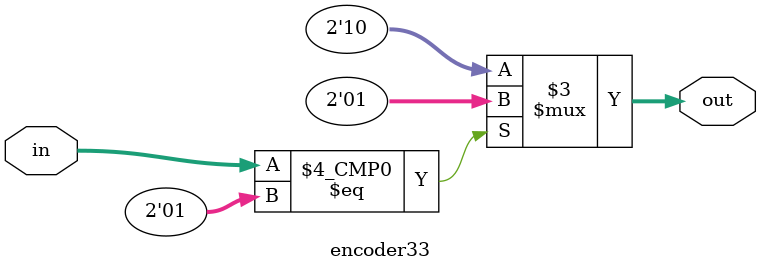
<source format=v>
module encoder33 (input [1:0] in, output reg [1:0] out);

    always @* begin
        case(in)
            2'b01: out = 2'b01;
            default: out = 2'b10;
        endcase
    end

endmodule

</source>
